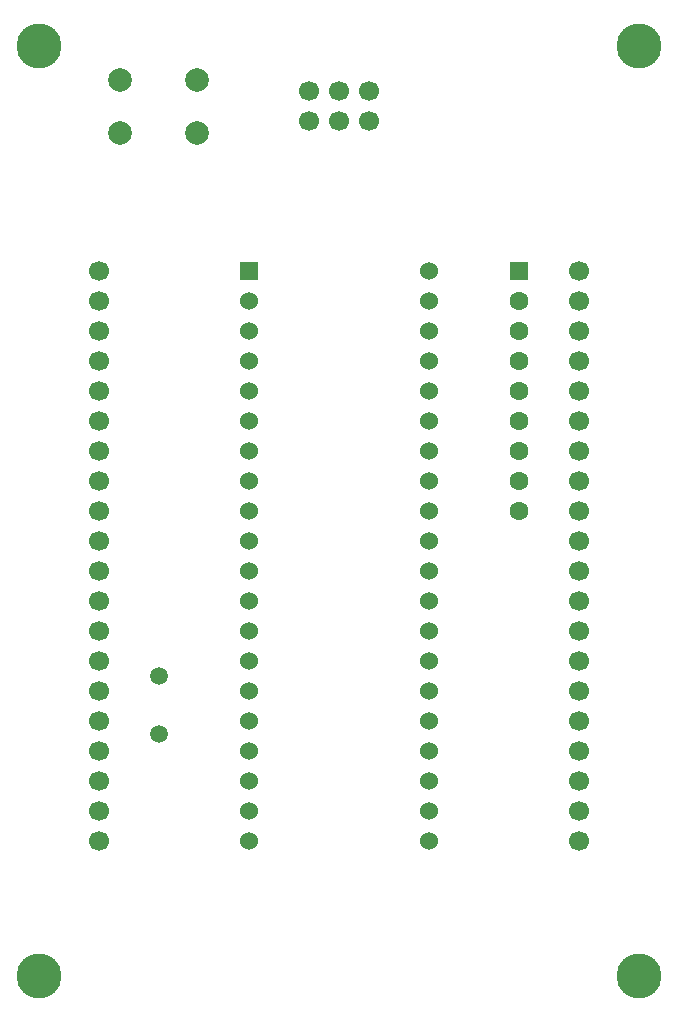
<source format=gbr>
%TF.GenerationSoftware,KiCad,Pcbnew,9.0.4*%
%TF.CreationDate,2025-10-06T17:00:54-04:00*%
%TF.ProjectId,8051_breakout,38303531-5f62-4726-9561-6b6f75742e6b,rev?*%
%TF.SameCoordinates,Original*%
%TF.FileFunction,Soldermask,Bot*%
%TF.FilePolarity,Negative*%
%FSLAX46Y46*%
G04 Gerber Fmt 4.6, Leading zero omitted, Abs format (unit mm)*
G04 Created by KiCad (PCBNEW 9.0.4) date 2025-10-06 17:00:54*
%MOMM*%
%LPD*%
G01*
G04 APERTURE LIST*
%ADD10C,1.700000*%
%ADD11C,1.500000*%
%ADD12C,3.800000*%
%ADD13R,1.600000X1.600000*%
%ADD14C,1.600000*%
%ADD15C,2.000000*%
%ADD16R,1.524000X1.524000*%
%ADD17C,1.524000*%
G04 APERTURE END LIST*
D10*
%TO.C,J3*%
X109220000Y-59690000D03*
X111760000Y-59690000D03*
X114300000Y-59690000D03*
X114300000Y-57150000D03*
X111760000Y-57150000D03*
X109220000Y-57150000D03*
%TD*%
D11*
%TO.C,Y1*%
X96520000Y-106680000D03*
X96520000Y-111560000D03*
%TD*%
D12*
%TO.C,H2*%
X137160000Y-53340000D03*
%TD*%
D13*
%TO.C,RN1*%
X127000000Y-72390000D03*
D14*
X127000000Y-74930000D03*
X127000000Y-77470000D03*
X127000000Y-80010000D03*
X127000000Y-82550000D03*
X127000000Y-85090000D03*
X127000000Y-87630000D03*
X127000000Y-90170000D03*
X127000000Y-92710000D03*
%TD*%
D10*
%TO.C,J2*%
X132080000Y-72390000D03*
X132080000Y-74930000D03*
X132080000Y-77470000D03*
X132080000Y-80010000D03*
X132080000Y-82550000D03*
X132080000Y-85090000D03*
X132080000Y-87630000D03*
X132080000Y-90170000D03*
X132080000Y-92710000D03*
X132080000Y-95250000D03*
X132080000Y-97790000D03*
X132080000Y-100330000D03*
X132080000Y-102870000D03*
X132080000Y-105410000D03*
X132080000Y-107950000D03*
X132080000Y-110490000D03*
X132080000Y-113030000D03*
X132080000Y-115570000D03*
X132080000Y-118110000D03*
X132080000Y-120650000D03*
%TD*%
D12*
%TO.C,H3*%
X86360000Y-132080000D03*
%TD*%
%TO.C,H4*%
X137160000Y-132080000D03*
%TD*%
%TO.C,H1*%
X86360000Y-53340000D03*
%TD*%
D10*
%TO.C,J1*%
X91440000Y-72390000D03*
X91440000Y-74930000D03*
X91440000Y-77470000D03*
X91440000Y-80010000D03*
X91440000Y-82550000D03*
X91440000Y-85090000D03*
X91440000Y-87630000D03*
X91440000Y-90170000D03*
X91440000Y-92710000D03*
X91440000Y-95250000D03*
X91440000Y-97790000D03*
X91440000Y-100330000D03*
X91440000Y-102870000D03*
X91440000Y-105410000D03*
X91440000Y-107950000D03*
X91440000Y-110490000D03*
X91440000Y-113030000D03*
X91440000Y-115570000D03*
X91440000Y-118110000D03*
X91440000Y-120650000D03*
%TD*%
D15*
%TO.C,SW1*%
X93270000Y-56170000D03*
X99770000Y-56170000D03*
X93270000Y-60670000D03*
X99770000Y-60670000D03*
%TD*%
D16*
%TO.C,U1*%
X104140000Y-72390000D03*
D17*
X104140000Y-74930000D03*
X104140000Y-77470000D03*
X104140000Y-80010000D03*
X104140000Y-82550000D03*
X104140000Y-85090000D03*
X104140000Y-87630000D03*
X104140000Y-90170000D03*
X104140000Y-92710000D03*
X104140000Y-95250000D03*
X104140000Y-97790000D03*
X104140000Y-100330000D03*
X104140000Y-102870000D03*
X104140000Y-105410000D03*
X104140000Y-107950000D03*
X104140000Y-110490000D03*
X104140000Y-113030000D03*
X104140000Y-115570000D03*
X104140000Y-118110000D03*
X104140000Y-120650000D03*
X119380000Y-120650000D03*
X119380000Y-118110000D03*
X119380000Y-115570000D03*
X119380000Y-113030000D03*
X119380000Y-110490000D03*
X119380000Y-107950000D03*
X119380000Y-105410000D03*
X119380000Y-102870000D03*
X119380000Y-100330000D03*
X119380000Y-97790000D03*
X119380000Y-95250000D03*
X119380000Y-92710000D03*
X119380000Y-90170000D03*
X119380000Y-87630000D03*
X119380000Y-85090000D03*
X119380000Y-82550000D03*
X119380000Y-80010000D03*
X119380000Y-77470000D03*
X119380000Y-74930000D03*
X119380000Y-72390000D03*
%TD*%
M02*

</source>
